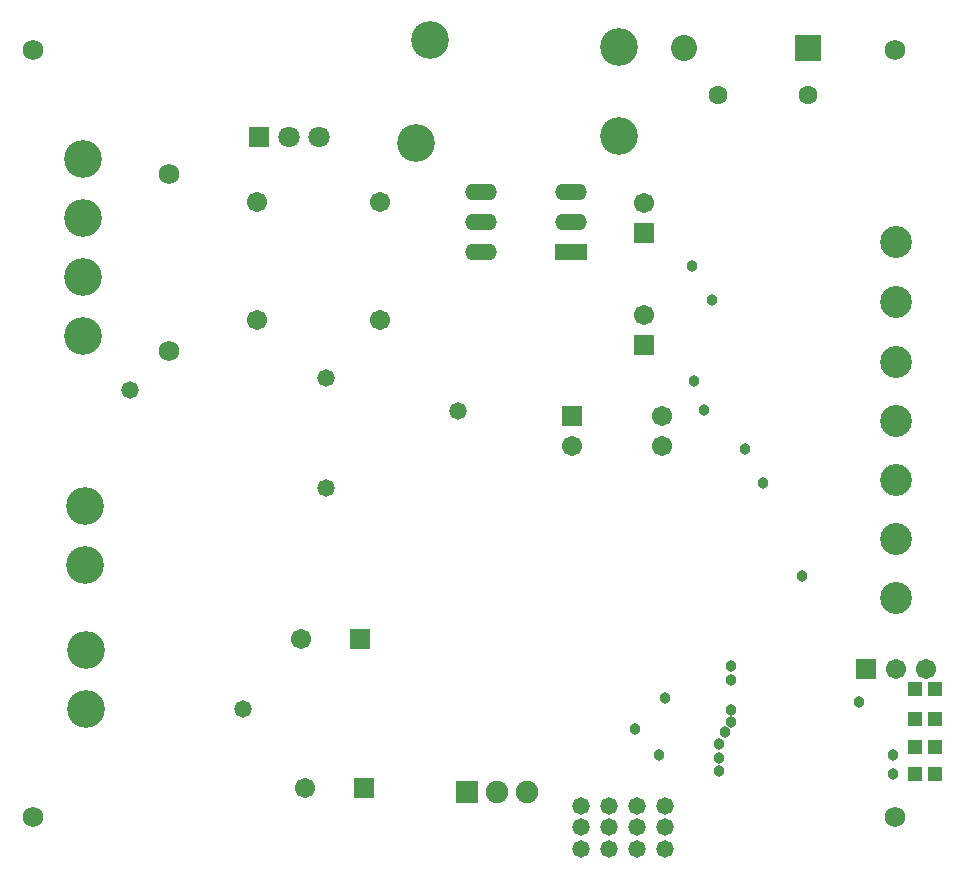
<source format=gbs>
%FSDAX24Y24*%
%MOIN*%
%SFA1B1*%

%IPPOS*%
%ADD64R,0.051300X0.047400*%
%ADD78C,0.068000*%
%ADD79C,0.126100*%
%ADD80C,0.067100*%
%ADD81R,0.067100X0.067100*%
%ADD82C,0.067100*%
%ADD83R,0.067100X0.067100*%
%ADD84C,0.063100*%
%ADD85C,0.086700*%
%ADD86R,0.086700X0.086700*%
%ADD87R,0.071000X0.071000*%
%ADD88C,0.071000*%
%ADD89C,0.106400*%
%ADD90O,0.106400X0.055200*%
%ADD91R,0.106400X0.055200*%
%ADD92R,0.074900X0.074900*%
%ADD93C,0.074900*%
%ADD94C,0.058000*%
%ADD95C,0.038000*%
%LNde-160724-1*%
%LPD*%
G54D64*
X042365Y019800D03*
X043035D03*
X042365Y020700D03*
X043035D03*
X042365Y021650D03*
X043035D03*
X042365Y022650D03*
X043035D03*
G54D78*
X041728Y018369D03*
X012987D03*
Y043959D03*
X041728D03*
X017500Y039803D03*
Y033897D03*
G54D79*
X014700Y028734D03*
Y026766D03*
X014750Y023950D03*
Y021981D03*
X032522Y044039D03*
Y041086D03*
X026222Y044275D03*
X025750Y040850D03*
X014650Y034400D03*
Y040306D03*
Y036369D03*
Y038337D03*
G54D80*
X033350Y035100D03*
Y038850D03*
X042750Y023300D03*
X041750D03*
X020450Y034950D03*
Y038887D03*
X024550Y034950D03*
Y038887D03*
X030950Y030750D03*
X033950Y031750D03*
Y030750D03*
X022050Y019350D03*
G54D81*
X033350Y034100D03*
Y037850D03*
G54D82*
X021900Y024300D03*
G54D83*
X023869Y024300D03*
X040750Y023300D03*
X030950Y031750D03*
X024018Y019350D03*
G54D84*
X038800Y042450D03*
X035800D03*
G54D85*
X034691Y044000D03*
G54D86*
X038809Y044000D03*
G54D87*
X020500Y041050D03*
G54D88*
X021500Y041050D03*
X022500D03*
G54D89*
X041750Y033550D03*
Y035550D03*
Y037550D03*
Y029616D03*
Y031584D03*
Y025682D03*
Y027650D03*
G54D90*
X027900Y039200D03*
Y038200D03*
Y037200D03*
X030900Y039200D03*
Y038200D03*
G54D91*
X030900Y037200D03*
G54D92*
X027450Y019200D03*
G54D93*
X028450Y019200D03*
X029450D03*
G54D94*
X019969Y021981D03*
X022750Y029350D03*
Y033000D03*
X027150Y031900D03*
X016200Y032600D03*
X032183Y018750D03*
X033117D03*
X034050D03*
X033117Y017300D03*
X031250Y018750D03*
X032183Y017300D03*
X034050D03*
X031250D03*
Y018050D03*
X034050D03*
X032183D03*
X033117D03*
G54D95*
X041650Y019800D03*
Y020450D03*
X035850Y019900D03*
X033050Y021300D03*
X035850Y020350D03*
X036250Y023425D03*
Y022950D03*
X036700Y030650D03*
X037300Y029500D03*
X035350Y031950D03*
X035850Y020800D03*
X036050Y021200D03*
X036250Y021950D03*
Y021550D03*
X035000Y032900D03*
X034950Y036750D03*
X040500Y022200D03*
X038600Y026400D03*
X035600Y035600D03*
X034050Y022335D03*
X033850Y020456D03*
M02*
</source>
